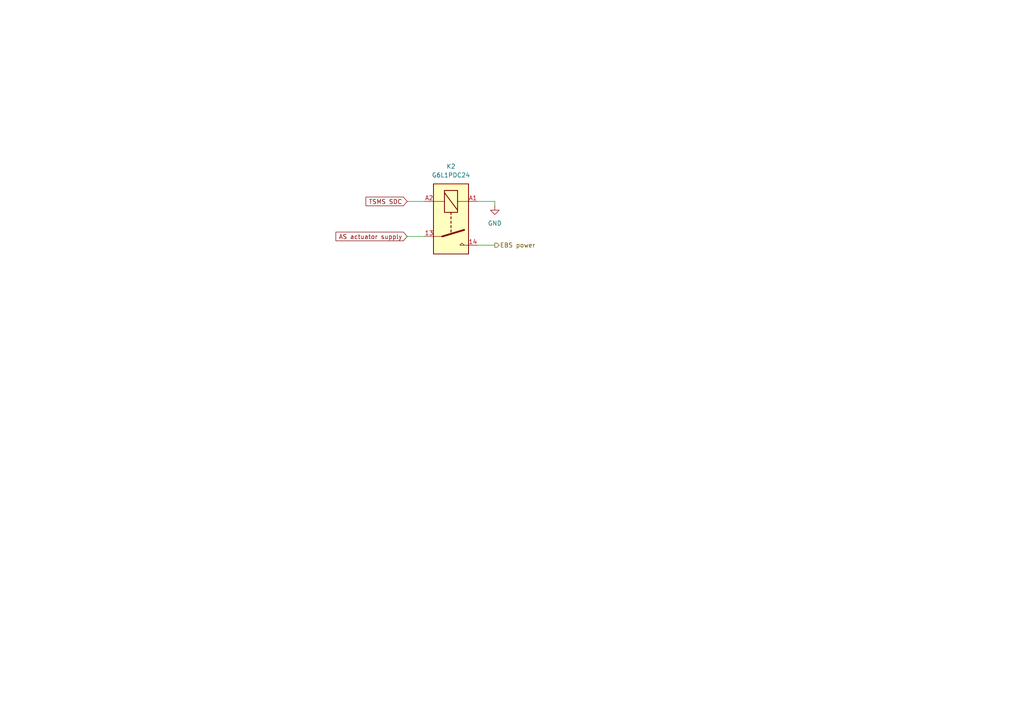
<source format=kicad_sch>
(kicad_sch (version 20231120) (generator "eeschema") (generator_version "8.0")
  (paper "A4")
  (title_block (title "PDU FT25") (date "2024-11-23") (rev "V1.1") (company "Janek Herm") (comment 1 "FaSTTUBe Electronics"))
  (lib_symbols
    (symbol "Relay:Relay_SPST-NO"
      (property "Reference" "K" (at 11.43 3.81 0))
      (property "Value" "Relay_SPST-NO" (at 11.43 1.27 0))
      (symbol "Relay_SPST-NO_0_0"
        (polyline (pts (xy 7.62 5.08) (xy 7.62 2.54) (xy 6.985 3.175) (xy 7.62 3.81)))
      )
      (symbol "Relay_SPST-NO_0_1"
        (rectangle (start -10.16 5.08) (end 10.16 -5.08) (stroke (width 0.254)) (fill (type background)))
        (rectangle (start -8.255 1.905) (end -1.905 -1.905) (stroke (width 0.254)))
        (polyline (pts (xy -7.62 -1.905) (xy -2.54 1.905)) (stroke (width 0.254)))
        (polyline (pts (xy -5.08 -5.08) (xy -5.08 -1.905)))
        (polyline (pts (xy -5.08 5.08) (xy -5.08 1.905)))
        (polyline (pts (xy -1.905 0) (xy -1.27 0)) (stroke (width 0.254)))
        (polyline (pts (xy -0.635 0) (xy 0 0)) (stroke (width 0.254)))
        (polyline (pts (xy 0.635 0) (xy 1.27 0)) (stroke (width 0.254)))
        (polyline (pts (xy 1.905 0) (xy 2.54 0)) (stroke (width 0.254)))
        (polyline (pts (xy 3.175 0) (xy 3.81 0)) (stroke (width 0.254)))
        (polyline (pts (xy 5.08 -2.54) (xy 3.175 3.81)) (stroke (width 0.508)))
        (polyline (pts (xy 5.08 -2.54) (xy 5.08 -5.08)))
      )
      (symbol "Relay_SPST-NO_1_1"
        (pin passive line (at 5.08 -7.62 90) (length 2.54) (name "~") (number "13"))
        (pin passive line (at 7.62 7.62 270) (length 2.54) (name "~") (number "14"))
        (pin passive line (at -5.08 7.62 270) (length 2.54) (name "~") (number "A1"))
        (pin passive line (at -5.08 -7.62 90) (length 2.54) (name "~") (number "A2"))
      )
    )
    (symbol "power:GND" (power) (pin_numbers hide) (pin_names (offset 0) hide)
      (property "Value" "GND" (at 0 -3.81 0))
      (symbol "GND_0_1"
        (polyline (pts (xy 0 0) (xy 0 -1.27) (xy 1.27 -1.27) (xy 0 -2.54) (xy -1.27 -1.27) (xy 0 -1.27)))
      )
      (symbol "GND_1_1"
        (pin power_in line (at 0 0 270) (length 0) (name "~") (number "1"))
      )
    )
  )
  (wire (pts (xy 143.51 59.69) (xy 143.51 58.42)))
  (wire (pts (xy 118.11 58.42) (xy 123.19 58.42)))
  (wire (pts (xy 143.51 71.12) (xy 138.43 71.12)))
  (wire (pts (xy 118.11 68.58) (xy 123.19 68.58)))
  (wire (pts (xy 138.43 58.42) (xy 143.51 58.42)))
  (global_label "AS actuator supply" (shape input) (at 118.11 68.58 180) (property "Intersheetrefs" "${INTERSHEET_REFS}" (effects (hide yes))))
  (global_label "TSMS SDC" (shape input) (at 118.11 58.42 180) (property "Intersheetrefs" "${INTERSHEET_REFS}" (effects (hide yes))))
  (hierarchical_label "EBS power" (shape output) (at 143.51 71.12 0) (effects (font (thickness 0.1588))))
  (symbol (lib_id "power:GND") (at 143.51 59.69 0) (unit 1)
    (property "Reference" "#PWR0225" (effects (hide yes)))
    (property "Value" "GND" (at 143.51 64.77 0))
    (property "Description" "Power symbol creates a global label with name \"GND\" , ground" (effects (hide yes)))
  )
  (symbol (lib_id "Relay:Relay_SPST-NO") (at 130.81 63.5 270) (unit 1)
    (property "Reference" "K2" (at 130.81 48.26 90))
    (property "Value" "G6L1PDC24" (at 130.81 50.8 90))
    (property "Footprint" "G6L-1P-DC24:G6L1PDC24" (effects (hide yes)))
    (property "Datasheet" "https://media.digikey.com/pdf/Data%20Sheets/Omron%20PDFs/G6L.pdf" (effects (hide yes)))
    (property "Description" "Relay SPST, normally open, EN50005" (effects (hide yes)))
  )
)
</source>
